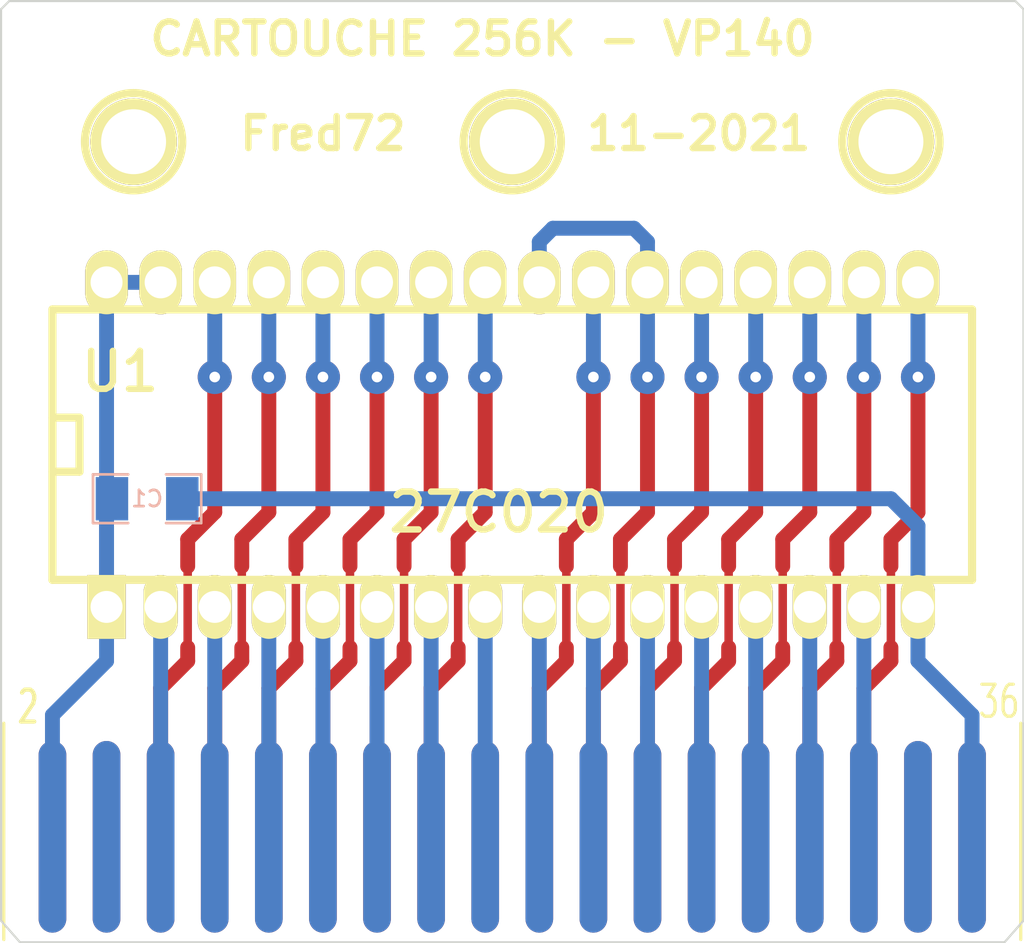
<source format=kicad_pcb>
(kicad_pcb (version 3) (host pcbnew "(2013-07-07 BZR 4022)-stable")

  (general
    (links 34)
    (no_connects 0)
    (area 72.081 59.131999 125.265111 103.580001)
    (thickness 1.6)
    (drawings 11)
    (tracks 149)
    (zones 0)
    (modules 6)
    (nets 30)
  )

  (page A4)
  (layers
    (15 Dessus.Cu signal)
    (0 Dessous.Cu signal)
    (16 Dessous.Adhes user)
    (17 Dessus.Adhes user)
    (18 Dessous.Pate user)
    (19 Dessus.Pate user)
    (20 Dessous.SilkS user)
    (21 Dessus.SilkS user)
    (22 Dessous.Masque user)
    (23 Dessus.Masque user)
    (24 Dessin.User user)
    (25 Cmts.User user)
    (26 Eco1.User user)
    (27 Eco2.User user)
    (28 Contours.Ci user)
  )

  (setup
    (last_trace_width 0.254)
    (user_trace_width 0.35)
    (user_trace_width 0.4)
    (user_trace_width 0.7)
    (trace_clearance 0.254)
    (zone_clearance 0.508)
    (zone_45_only no)
    (trace_min 0.254)
    (segment_width 0.2)
    (edge_width 0.1)
    (via_size 0.889)
    (via_drill 0.635)
    (via_min_size 0.889)
    (via_min_drill 0.508)
    (user_via 1.6 0.5)
    (uvia_size 0.508)
    (uvia_drill 0.127)
    (uvias_allowed no)
    (uvia_min_size 0.508)
    (uvia_min_drill 0.127)
    (pcb_text_width 0.3)
    (pcb_text_size 1.5 1.5)
    (mod_edge_width 0.15)
    (mod_text_size 1 1)
    (mod_text_width 0.15)
    (pad_size 1.8 3)
    (pad_drill 1.5)
    (pad_to_mask_clearance 0)
    (aux_axis_origin 74.422 59.182)
    (visible_elements 7FFFFFFF)
    (pcbplotparams
      (layerselection 284196865)
      (usegerberextensions true)
      (excludeedgelayer false)
      (linewidth 0.150000)
      (plotframeref false)
      (viasonmask false)
      (mode 1)
      (useauxorigin true)
      (hpglpennumber 1)
      (hpglpenspeed 20)
      (hpglpendiameter 15)
      (hpglpenoverlay 2)
      (psnegative false)
      (psa4output false)
      (plotreference true)
      (plotvalue true)
      (plotothertext true)
      (plotinvisibletext false)
      (padsonsilk false)
      (subtractmaskfromsilk false)
      (outputformat 1)
      (mirror false)
      (drillshape 0)
      (scaleselection 1)
      (outputdirectory Gerber/))
  )

  (net 0 "")
  (net 1 /D0)
  (net 2 /D1)
  (net 3 /D2)
  (net 4 /D3)
  (net 5 /D4)
  (net 6 /D5)
  (net 7 /D6)
  (net 8 /D7)
  (net 9 /RA0)
  (net 10 /RA1)
  (net 11 /RA10)
  (net 12 /RA11)
  (net 13 /RA12)
  (net 14 /RA13)
  (net 15 /RA14)
  (net 16 /RA15)
  (net 17 /RA16)
  (net 18 /RA17)
  (net 19 /RA2)
  (net 20 /RA3)
  (net 21 /RA4)
  (net 22 /RA5)
  (net 23 /RA6)
  (net 24 /RA7)
  (net 25 /RA8)
  (net 26 /RA9)
  (net 27 /~CSROM)
  (net 28 GND)
  (net 29 VCC)

  (net_class Default "Ceci est la Netclass par défaut"
    (clearance 0.254)
    (trace_width 0.254)
    (via_dia 0.889)
    (via_drill 0.635)
    (uvia_dia 0.508)
    (uvia_drill 0.127)
    (add_net "")
    (add_net /D0)
    (add_net /D1)
    (add_net /D2)
    (add_net /D3)
    (add_net /D4)
    (add_net /D5)
    (add_net /D6)
    (add_net /D7)
    (add_net /RA0)
    (add_net /RA1)
    (add_net /RA10)
    (add_net /RA11)
    (add_net /RA12)
    (add_net /RA13)
    (add_net /RA14)
    (add_net /RA15)
    (add_net /RA16)
    (add_net /RA17)
    (add_net /RA2)
    (add_net /RA3)
    (add_net /RA4)
    (add_net /RA5)
    (add_net /RA6)
    (add_net /RA7)
    (add_net /RA8)
    (add_net /RA9)
    (add_net /~CSROM)
    (add_net GND)
    (add_net VCC)
  )

  (module DIP-32__600_ELL (layer Dessus.Cu) (tedit 63AAAB57) (tstamp 61A09577)
    (at 98.425 80.01)
    (descr "32 pins DIL package, elliptical pads, width 600mil")
    (tags DIL)
    (path /619F973E)
    (fp_text reference U1 (at -18.415 -3.429) (layer Dessus.SilkS)
      (effects (font (size 1.778 1.778) (thickness 0.3048)))
    )
    (fp_text value 27C020 (at -0.635 3.175) (layer Dessus.SilkS)
      (effects (font (size 1.778 1.778) (thickness 0.3048)))
    )
    (fp_line (start -21.59 -6.35) (end 21.59 -6.35) (layer Dessus.SilkS) (width 0.381))
    (fp_line (start 21.59 -6.35) (end 21.59 6.35) (layer Dessus.SilkS) (width 0.381))
    (fp_line (start 21.59 6.35) (end -21.59 6.35) (layer Dessus.SilkS) (width 0.381))
    (fp_line (start -21.59 6.35) (end -21.59 -6.35) (layer Dessus.SilkS) (width 0.381))
    (fp_line (start -21.59 1.27) (end -20.32 1.27) (layer Dessus.SilkS) (width 0.381))
    (fp_line (start -20.32 1.27) (end -20.32 -1.27) (layer Dessus.SilkS) (width 0.381))
    (fp_line (start -20.32 -1.27) (end -21.59 -1.27) (layer Dessus.SilkS) (width 0.381))
    (pad 1 thru_hole rect (at -19.05 7.62) (size 1.8 3) (drill 1.5)
      (layers *.Cu *.Mask Dessus.SilkS)
      (net 29 VCC)
    )
    (pad 2 thru_hole oval (at -16.51 7.62) (size 1.6 3) (drill 1.5)
      (layers *.Cu *.Mask Dessus.SilkS)
      (net 17 /RA16)
    )
    (pad 3 thru_hole oval (at -13.97 7.62) (size 1.6 3) (drill 1.5)
      (layers *.Cu *.Mask Dessus.SilkS)
      (net 16 /RA15)
    )
    (pad 4 thru_hole oval (at -11.43 7.62) (size 1.6 3) (drill 1.5)
      (layers *.Cu *.Mask Dessus.SilkS)
      (net 13 /RA12)
    )
    (pad 5 thru_hole oval (at -8.89 7.62) (size 1.6 3) (drill 1.5)
      (layers *.Cu *.Mask Dessus.SilkS)
      (net 24 /RA7)
    )
    (pad 6 thru_hole oval (at -6.35 7.62) (size 1.6 3) (drill 1.5)
      (layers *.Cu *.Mask Dessus.SilkS)
      (net 23 /RA6)
    )
    (pad 7 thru_hole oval (at -3.81 7.62) (size 1.6 3) (drill 1.5)
      (layers *.Cu *.Mask Dessus.SilkS)
      (net 22 /RA5)
    )
    (pad 8 thru_hole oval (at -1.27 7.62) (size 1.6 3) (drill 1.5)
      (layers *.Cu *.Mask Dessus.SilkS)
      (net 21 /RA4)
    )
    (pad 9 thru_hole oval (at 1.27 7.62) (size 1.6 3) (drill 1.5)
      (layers *.Cu *.Mask Dessus.SilkS)
      (net 20 /RA3)
    )
    (pad 10 thru_hole oval (at 3.81 7.62) (size 1.6 3) (drill 1.5)
      (layers *.Cu *.Mask Dessus.SilkS)
      (net 19 /RA2)
    )
    (pad 11 thru_hole oval (at 6.35 7.62) (size 1.6 3) (drill 1.5)
      (layers *.Cu *.Mask Dessus.SilkS)
      (net 10 /RA1)
    )
    (pad 12 thru_hole oval (at 8.89 7.62) (size 1.6 3) (drill 1.5)
      (layers *.Cu *.Mask Dessus.SilkS)
      (net 9 /RA0)
    )
    (pad 13 thru_hole oval (at 11.43 7.62) (size 1.6 3) (drill 1.5)
      (layers *.Cu *.Mask Dessus.SilkS)
      (net 1 /D0)
    )
    (pad 14 thru_hole oval (at 13.97 7.62) (size 1.6 3) (drill 1.5)
      (layers *.Cu *.Mask Dessus.SilkS)
      (net 2 /D1)
    )
    (pad 15 thru_hole oval (at 16.51 7.62) (size 1.6 3) (drill 1.5)
      (layers *.Cu *.Mask Dessus.SilkS)
      (net 3 /D2)
    )
    (pad 16 thru_hole oval (at 19.05 7.62) (size 1.6 3) (drill 1.5)
      (layers *.Cu *.Mask Dessus.SilkS)
      (net 28 GND)
    )
    (pad 17 thru_hole oval (at 19.05 -7.62) (size 2 3) (drill 1.5)
      (layers *.Cu *.Mask Dessus.SilkS)
      (net 4 /D3)
    )
    (pad 18 thru_hole oval (at 16.51 -7.62) (size 2 3) (drill 1.5)
      (layers *.Cu *.Mask Dessus.SilkS)
      (net 5 /D4)
    )
    (pad 19 thru_hole oval (at 13.97 -7.62) (size 2 3) (drill 1.5)
      (layers *.Cu *.Mask Dessus.SilkS)
      (net 6 /D5)
    )
    (pad 20 thru_hole oval (at 11.43 -7.62) (size 2 3) (drill 1.5)
      (layers *.Cu *.Mask Dessus.SilkS)
      (net 7 /D6)
    )
    (pad 21 thru_hole oval (at 8.89 -7.62) (size 2 3) (drill 1.5)
      (layers *.Cu *.Mask Dessus.SilkS)
      (net 8 /D7)
    )
    (pad 22 thru_hole oval (at 6.35 -7.62) (size 2 3) (drill 1.5)
      (layers *.Cu *.Mask Dessus.SilkS)
      (net 27 /~CSROM)
    )
    (pad 23 thru_hole oval (at 3.81 -7.62) (size 2 3) (drill 1.5)
      (layers *.Cu *.Mask Dessus.SilkS)
      (net 11 /RA10)
    )
    (pad 24 thru_hole oval (at 1.27 -7.62) (size 2 3) (drill 1.5)
      (layers *.Cu *.Mask Dessus.SilkS)
      (net 27 /~CSROM)
    )
    (pad 25 thru_hole oval (at -1.27 -7.62) (size 2 3) (drill 1.5)
      (layers *.Cu *.Mask Dessus.SilkS)
      (net 12 /RA11)
    )
    (pad 26 thru_hole oval (at -3.81 -7.62) (size 2 3) (drill 1.5)
      (layers *.Cu *.Mask Dessus.SilkS)
      (net 26 /RA9)
    )
    (pad 27 thru_hole oval (at -6.35 -7.62) (size 2 3) (drill 1.5)
      (layers *.Cu *.Mask Dessus.SilkS)
      (net 25 /RA8)
    )
    (pad 28 thru_hole oval (at -8.89 -7.62) (size 2 3) (drill 1.5)
      (layers *.Cu *.Mask Dessus.SilkS)
      (net 14 /RA13)
    )
    (pad 29 thru_hole oval (at -11.43 -7.62) (size 2 3) (drill 1.5)
      (layers *.Cu *.Mask Dessus.SilkS)
      (net 15 /RA14)
    )
    (pad 30 thru_hole oval (at -13.97 -7.62) (size 2 3) (drill 1.5)
      (layers *.Cu *.Mask Dessus.SilkS)
      (net 18 /RA17)
    )
    (pad 31 thru_hole oval (at -16.51 -7.62) (size 2 3) (drill 1.5)
      (layers *.Cu *.Mask Dessus.SilkS)
      (net 29 VCC)
    )
    (pad 32 thru_hole oval (at -19.05 -7.62) (size 2 3) (drill 1.5)
      (layers *.Cu *.Mask Dessus.SilkS)
      (net 29 VCC)
    )
    (model dil/dil_32-w600.wrl
      (at (xyz 0 0 0))
      (scale (xyz 1 1 1))
      (rotate (xyz 0 0 0))
    )
  )

  (module cartouche_ZX81 (layer Dessus.Cu) (tedit 619F514F) (tstamp 61A095A3)
    (at 98.425 98.425 180)
    (path /619F5E9D)
    (fp_text reference P1 (at -25.4 3.81 180) (layer Dessus.SilkS) hide
      (effects (font (size 1 1) (thickness 0.15)))
    )
    (fp_text value CONN_18X2 (at -1.778 7.874 180) (layer Dessus.SilkS) hide
      (effects (font (size 1 1) (thickness 0.15)))
    )
    (fp_text user 36 (at -22.86 6.35 180) (layer Dessus.SilkS)
      (effects (font (size 1.5 1) (thickness 0.15)))
    )
    (fp_text user 2 (at 22.733 6.096 180) (layer Dessus.SilkS)
      (effects (font (size 1.5 1) (thickness 0.2)))
    )
    (fp_line (start 23.876 5.334) (end 23.876 -4.826) (layer Dessus.SilkS) (width 0.15))
    (fp_line (start -23.876 5.334) (end -23.876 -4.826) (layer Dessus.SilkS) (width 0.15))
    (pad 2 connect oval (at 21.59 0 180) (size 1.3 9)
      (layers Dessus.Cu Dessus.Pate Dessus.Masque)
    )
    (pad 3 connect oval (at 19.05 0 180) (size 1.3 9)
      (layers Dessous.Cu Dessous.Pate Dessous.Masque)
    )
    (pad 4 connect oval (at 19.05 0 180) (size 1.3 9)
      (layers Dessus.Cu Dessus.Pate Dessus.Masque)
    )
    (pad 5 connect oval (at 16.51 0 180) (size 1.3 9)
      (layers Dessous.Cu Dessous.Pate Dessous.Masque)
      (net 17 /RA16)
    )
    (pad 6 connect oval (at 16.51 0 180) (size 1.3 9)
      (layers Dessus.Cu Dessus.Pate Dessus.Masque)
      (net 18 /RA17)
    )
    (pad 7 connect oval (at 13.97 0 180) (size 1.3 9)
      (layers Dessous.Cu Dessous.Pate Dessous.Masque)
      (net 16 /RA15)
    )
    (pad 8 connect oval (at 13.97 0 180) (size 1.3 9)
      (layers Dessus.Cu Dessus.Pate Dessus.Masque)
      (net 15 /RA14)
    )
    (pad 9 connect oval (at 11.43 0 180) (size 1.3 9)
      (layers Dessous.Cu Dessous.Pate Dessous.Masque)
      (net 13 /RA12)
    )
    (pad 10 connect oval (at 11.43 0 180) (size 1.3 9)
      (layers Dessus.Cu Dessus.Pate Dessus.Masque)
      (net 14 /RA13)
    )
    (pad 11 connect oval (at 8.89 0 180) (size 1.3 9)
      (layers Dessous.Cu Dessous.Pate Dessous.Masque)
      (net 24 /RA7)
    )
    (pad 12 connect oval (at 8.89 0 180) (size 1.3 9)
      (layers Dessus.Cu Dessus.Pate Dessus.Masque)
      (net 25 /RA8)
    )
    (pad 13 connect oval (at 6.35 0 180) (size 1.3 9)
      (layers Dessous.Cu Dessous.Pate Dessous.Masque)
      (net 23 /RA6)
    )
    (pad 14 connect oval (at 6.35 0 180) (size 1.3 9)
      (layers Dessus.Cu Dessus.Pate Dessus.Masque)
      (net 26 /RA9)
    )
    (pad 15 connect oval (at 3.81 0 180) (size 1.3 9)
      (layers Dessous.Cu Dessous.Pate Dessous.Masque)
      (net 22 /RA5)
    )
    (pad 16 connect oval (at 3.81 0 180) (size 1.3 9)
      (layers Dessus.Cu Dessus.Pate Dessus.Masque)
      (net 12 /RA11)
    )
    (pad 18 connect oval (at 1.27 0 180) (size 1.3 9)
      (layers Dessus.Cu Dessus.Pate Dessus.Masque)
    )
    (pad 20 connect oval (at -1.27 0 180) (size 1.3 9)
      (layers Dessus.Cu Dessus.Pate Dessus.Masque)
      (net 11 /RA10)
    )
    (pad 22 connect oval (at -3.81 0 180) (size 1.3 9)
      (layers Dessus.Cu Dessus.Pate Dessus.Masque)
      (net 27 /~CSROM)
    )
    (pad 24 connect oval (at -6.35 0 180) (size 1.3 9)
      (layers Dessus.Cu Dessus.Pate Dessus.Masque)
      (net 8 /D7)
    )
    (pad 26 connect oval (at -8.89 0 180) (size 1.3 9)
      (layers Dessus.Cu Dessus.Pate Dessus.Masque)
      (net 7 /D6)
    )
    (pad 28 connect oval (at -11.43 0 180) (size 1.3 9)
      (layers Dessus.Cu Dessus.Pate Dessus.Masque)
      (net 6 /D5)
    )
    (pad 30 connect oval (at -13.97 0 180) (size 1.3 9)
      (layers Dessus.Cu Dessus.Pate Dessus.Masque)
      (net 5 /D4)
    )
    (pad 32 connect oval (at -16.51 0 180) (size 1.3 9)
      (layers Dessus.Cu Dessus.Pate Dessus.Masque)
      (net 4 /D3)
    )
    (pad 34 connect oval (at -19.05 0 180) (size 1.3 9)
      (layers Dessus.Cu Dessus.Pate Dessus.Masque)
    )
    (pad 36 connect oval (at -21.59 0 180) (size 1.3 9)
      (layers Dessus.Cu Dessus.Pate Dessus.Masque)
    )
    (pad 1 connect oval (at 21.59 0 180) (size 1.3 9)
      (layers Dessous.Cu Dessous.Pate Dessous.Masque)
      (net 29 VCC)
    )
    (pad 17 connect oval (at 1.27 0 180) (size 1.3 9)
      (layers Dessous.Cu Dessous.Pate Dessous.Masque)
      (net 21 /RA4)
    )
    (pad 19 connect oval (at -1.27 0 180) (size 1.3 9)
      (layers Dessous.Cu Dessous.Pate Dessous.Masque)
      (net 20 /RA3)
    )
    (pad 21 connect oval (at -3.81 0 180) (size 1.3 9)
      (layers Dessous.Cu Dessous.Pate Dessous.Masque)
      (net 19 /RA2)
    )
    (pad 23 connect oval (at -6.35 0 180) (size 1.3 9)
      (layers Dessous.Cu Dessous.Pate Dessous.Masque)
      (net 10 /RA1)
    )
    (pad 25 connect oval (at -8.89 0 180) (size 1.3 9)
      (layers Dessous.Cu Dessous.Pate Dessous.Masque)
      (net 9 /RA0)
    )
    (pad 27 connect oval (at -11.43 0 180) (size 1.3 9)
      (layers Dessous.Cu Dessous.Pate Dessous.Masque)
      (net 1 /D0)
    )
    (pad 29 connect oval (at -13.97 0 180) (size 1.3 9)
      (layers Dessous.Cu Dessous.Pate Dessous.Masque)
      (net 2 /D1)
    )
    (pad 31 connect oval (at -16.51 0 180) (size 1.3 9)
      (layers Dessous.Cu Dessous.Pate Dessous.Masque)
      (net 3 /D2)
    )
    (pad 33 connect oval (at -19.05 0 180) (size 1.3 9)
      (layers Dessous.Cu Dessous.Pate Dessous.Masque)
    )
    (pad 35 connect oval (at -21.59 0 180) (size 1.3 9)
      (layers Dessous.Cu Dessous.Pate Dessous.Masque)
      (net 28 GND)
    )
  )

  (module 1pin   locked (layer Dessus.Cu) (tedit 63AAAB49) (tstamp 61A10DF8)
    (at 80.645 65.786)
    (descr "module 1 pin (ou trou mecanique de percage)")
    (tags DEV)
    (path 1pin)
    (fp_text reference 1PIN (at 0 -3.048) (layer Dessus.SilkS) hide
      (effects (font (size 1.016 1.016) (thickness 0.254)))
    )
    (fp_text value P*** (at 0 2.794) (layer Dessus.SilkS) hide
      (effects (font (size 1.016 1.016) (thickness 0.254)))
    )
    (fp_circle (center 0 0) (end 0 -2.286) (layer Dessus.SilkS) (width 0.381))
    (pad 1 thru_hole circle (at 0 0) (size 4.064 4.064) (drill 3.048)
      (layers *.Cu *.Mask Dessus.SilkS)
    )
  )

  (module 1pin   locked (layer Dessus.Cu) (tedit 63AAAB4F) (tstamp 61A10E03)
    (at 116.205 65.786)
    (descr "module 1 pin (ou trou mecanique de percage)")
    (tags DEV)
    (path 1pin)
    (fp_text reference 1PIN (at 0 -3.048) (layer Dessus.SilkS) hide
      (effects (font (size 1.016 1.016) (thickness 0.254)))
    )
    (fp_text value P*** (at 0 2.794) (layer Dessus.SilkS) hide
      (effects (font (size 1.016 1.016) (thickness 0.254)))
    )
    (fp_circle (center 0 0) (end 0 -2.286) (layer Dessus.SilkS) (width 0.381))
    (pad 1 thru_hole circle (at 0 0) (size 4.064 4.064) (drill 3.048)
      (layers *.Cu *.Mask Dessus.SilkS)
    )
  )

  (module SM1206 (layer Dessous.Cu) (tedit 42806E24) (tstamp 61A096EA)
    (at 81.28 82.55)
    (path /61A095E4)
    (attr smd)
    (fp_text reference C1 (at 0 0) (layer Dessous.SilkS)
      (effects (font (size 0.762 0.762) (thickness 0.127)) (justify mirror))
    )
    (fp_text value 1µF (at 0 0) (layer Dessous.SilkS) hide
      (effects (font (size 0.762 0.762) (thickness 0.127)) (justify mirror))
    )
    (fp_line (start -2.54 1.143) (end -2.54 -1.143) (layer Dessous.SilkS) (width 0.127))
    (fp_line (start -2.54 -1.143) (end -0.889 -1.143) (layer Dessous.SilkS) (width 0.127))
    (fp_line (start 0.889 1.143) (end 2.54 1.143) (layer Dessous.SilkS) (width 0.127))
    (fp_line (start 2.54 1.143) (end 2.54 -1.143) (layer Dessous.SilkS) (width 0.127))
    (fp_line (start 2.54 -1.143) (end 0.889 -1.143) (layer Dessous.SilkS) (width 0.127))
    (fp_line (start -0.889 1.143) (end -2.54 1.143) (layer Dessous.SilkS) (width 0.127))
    (pad 1 smd rect (at -1.651 0) (size 1.524 2.032)
      (layers Dessous.Cu Dessous.Pate Dessous.Masque)
      (net 29 VCC)
    )
    (pad 2 smd rect (at 1.651 0) (size 1.524 2.032)
      (layers Dessous.Cu Dessous.Pate Dessous.Masque)
      (net 28 GND)
    )
    (model smd/chip_cms.wrl
      (at (xyz 0 0 0))
      (scale (xyz 0.17 0.16 0.16))
      (rotate (xyz 0 0 0))
    )
  )

  (module 1pin   locked (layer Dessus.Cu) (tedit 63AAAB4B) (tstamp 61A4C122)
    (at 98.425 65.786)
    (descr "module 1 pin (ou trou mecanique de percage)")
    (tags DEV)
    (path 1pin)
    (fp_text reference 1PIN (at 0 -3.048) (layer Dessus.SilkS) hide
      (effects (font (size 1.016 1.016) (thickness 0.254)))
    )
    (fp_text value P*** (at 0 2.794) (layer Dessus.SilkS) hide
      (effects (font (size 1.016 1.016) (thickness 0.254)))
    )
    (fp_circle (center 0 0) (end 0 -2.286) (layer Dessus.SilkS) (width 0.381))
    (pad 1 thru_hole circle (at 0 0) (size 4.064 4.064) (drill 3.048)
      (layers *.Cu *.Mask Dessus.SilkS)
    )
  )

  (gr_line (start 74.422 102.362) (end 75.311 103.378) (angle 90) (layer Contours.Ci) (width 0.1))
  (gr_line (start 121.539 103.378) (end 75.311 103.378) (angle 90) (layer Contours.Ci) (width 0.1))
  (gr_text "  11-2021" (at 106.045 65.405) (layer Dessus.SilkS)
    (effects (font (size 1.5 1.5) (thickness 0.3)))
  )
  (gr_line (start 122.428 102.362) (end 122.428 59.563) (angle 90) (layer Contours.Ci) (width 0.1))
  (gr_line (start 74.422 102.362) (end 74.422 59.563) (angle 90) (layer Contours.Ci) (width 0.1))
  (gr_line (start 122.428 102.362) (end 121.539 103.378) (angle 90) (layer Contours.Ci) (width 0.1))
  (gr_line (start 122.047 59.182) (end 122.428 59.563) (angle 90) (layer Contours.Ci) (width 0.1))
  (gr_line (start 74.803 59.182) (end 122.047 59.182) (angle 90) (layer Contours.Ci) (width 0.1))
  (gr_line (start 74.422 59.563) (end 74.803 59.182) (angle 90) (layer Contours.Ci) (width 0.1))
  (gr_text Fred72 (at 89.535 65.405) (layer Dessus.SilkS)
    (effects (font (size 1.5 1.5) (thickness 0.3)))
  )
  (gr_text "CARTOUCHE 256K - VP140" (at 97.028 60.96) (layer Dessus.SilkS)
    (effects (font (size 1.5 1.5) (thickness 0.3)))
  )

  (segment (start 109.855 98.425) (end 109.855 87.63) (width 0.7) (layer Dessous.Cu) (net 1))
  (segment (start 112.395 87.63) (end 112.395 98.425) (width 0.7) (layer Dessous.Cu) (net 2))
  (segment (start 114.935 87.63) (end 114.935 98.425) (width 0.7) (layer Dessous.Cu) (net 3))
  (segment (start 117.475 72.39) (end 117.475 76.835) (width 0.7) (layer Dessous.Cu) (net 4))
  (via (at 117.475 76.835) (size 1.6) (drill 0.5) (layers Dessus.Cu Dessous.Cu) (net 4))
  (segment (start 116.205 85.725) (end 116.205 89.535) (width 0.4) (layer Dessus.Cu) (net 4))
  (segment (start 117.475 83.185) (end 116.205 84.455) (width 0.7) (layer Dessus.Cu) (net 4) (tstamp 61A096A4))
  (segment (start 116.205 84.455) (end 116.205 85.725) (width 0.7) (layer Dessus.Cu) (net 4) (tstamp 61A096A5))
  (segment (start 117.475 76.835) (end 117.475 83.185) (width 0.7) (layer Dessus.Cu) (net 4) (tstamp 61A10E97))
  (segment (start 114.935 91.44) (end 116.205 90.17) (width 0.7) (layer Dessus.Cu) (net 4) (tstamp 61A096BD))
  (segment (start 116.205 90.17) (end 116.205 89.535) (width 0.7) (layer Dessus.Cu) (net 4) (tstamp 61A096BE))
  (segment (start 114.935 91.44) (end 114.935 98.425) (width 0.7) (layer Dessus.Cu) (net 4))
  (via (at 114.935 76.835) (size 1.6) (drill 0.5) (layers Dessus.Cu Dessous.Cu) (net 5))
  (segment (start 114.935 76.835) (end 114.935 72.39) (width 0.7) (layer Dessous.Cu) (net 5) (tstamp 61A10E90))
  (segment (start 113.665 85.725) (end 113.665 89.535) (width 0.4) (layer Dessus.Cu) (net 5))
  (segment (start 114.935 83.185) (end 113.665 84.455) (width 0.7) (layer Dessus.Cu) (net 5) (tstamp 61A096A1))
  (segment (start 113.665 84.455) (end 113.665 85.725) (width 0.7) (layer Dessus.Cu) (net 5) (tstamp 61A096A2))
  (segment (start 114.935 76.835) (end 114.935 83.185) (width 0.7) (layer Dessus.Cu) (net 5) (tstamp 61A10E8D))
  (segment (start 112.395 91.44) (end 113.665 90.17) (width 0.7) (layer Dessus.Cu) (net 5) (tstamp 61A096BA))
  (segment (start 113.665 90.17) (end 113.665 89.535) (width 0.7) (layer Dessus.Cu) (net 5) (tstamp 61A096BB))
  (segment (start 112.395 91.44) (end 112.395 98.425) (width 0.7) (layer Dessus.Cu) (net 5))
  (segment (start 112.395 72.39) (end 112.395 76.835) (width 0.7) (layer Dessous.Cu) (net 6))
  (via (at 112.395 76.835) (size 1.6) (drill 0.5) (layers Dessus.Cu Dessous.Cu) (net 6))
  (segment (start 111.125 85.725) (end 111.125 89.535) (width 0.4) (layer Dessus.Cu) (net 6))
  (segment (start 112.395 83.185) (end 111.125 84.455) (width 0.7) (layer Dessus.Cu) (net 6) (tstamp 61A0969E))
  (segment (start 111.125 84.455) (end 111.125 85.725) (width 0.7) (layer Dessus.Cu) (net 6) (tstamp 61A0969F))
  (segment (start 112.395 76.835) (end 112.395 83.185) (width 0.7) (layer Dessus.Cu) (net 6) (tstamp 61A10E8B))
  (segment (start 109.855 91.44) (end 111.125 90.17) (width 0.7) (layer Dessus.Cu) (net 6) (tstamp 61A096B7))
  (segment (start 111.125 90.17) (end 111.125 89.535) (width 0.7) (layer Dessus.Cu) (net 6) (tstamp 61A096B8))
  (segment (start 109.855 91.44) (end 109.855 98.425) (width 0.7) (layer Dessus.Cu) (net 6))
  (via (at 109.855 76.835) (size 1.6) (drill 0.5) (layers Dessus.Cu Dessous.Cu) (net 7))
  (segment (start 109.855 76.835) (end 109.855 72.39) (width 0.7) (layer Dessous.Cu) (net 7) (tstamp 61A10E84))
  (segment (start 108.585 89.535) (end 108.585 85.725) (width 0.4) (layer Dessus.Cu) (net 7))
  (segment (start 109.855 83.185) (end 108.585 84.455) (width 0.7) (layer Dessus.Cu) (net 7) (tstamp 61A0969B))
  (segment (start 108.585 84.455) (end 108.585 85.725) (width 0.7) (layer Dessus.Cu) (net 7) (tstamp 61A0969C))
  (segment (start 109.855 76.835) (end 109.855 83.185) (width 0.7) (layer Dessus.Cu) (net 7) (tstamp 61A10E81))
  (segment (start 107.315 91.44) (end 108.585 90.17) (width 0.7) (layer Dessus.Cu) (net 7) (tstamp 61A096B3))
  (segment (start 108.585 90.17) (end 108.585 89.535) (width 0.7) (layer Dessus.Cu) (net 7) (tstamp 61A096B5))
  (segment (start 107.315 91.44) (end 107.315 98.425) (width 0.7) (layer Dessus.Cu) (net 7))
  (segment (start 107.315 72.39) (end 107.315 76.835) (width 0.7) (layer Dessous.Cu) (net 8))
  (via (at 107.315 76.835) (size 1.6) (drill 0.5) (layers Dessus.Cu Dessous.Cu) (net 8))
  (segment (start 106.045 89.535) (end 106.045 85.725) (width 0.4) (layer Dessus.Cu) (net 8))
  (segment (start 107.315 83.185) (end 106.045 84.455) (width 0.7) (layer Dessus.Cu) (net 8) (tstamp 61A09698))
  (segment (start 106.045 84.455) (end 106.045 85.725) (width 0.7) (layer Dessus.Cu) (net 8) (tstamp 61A09699))
  (segment (start 107.315 76.835) (end 107.315 83.185) (width 0.7) (layer Dessus.Cu) (net 8) (tstamp 61A10E7F))
  (segment (start 104.775 91.44) (end 106.045 90.17) (width 0.7) (layer Dessus.Cu) (net 8) (tstamp 61A096B0))
  (segment (start 106.045 90.17) (end 106.045 89.535) (width 0.7) (layer Dessus.Cu) (net 8) (tstamp 61A096B1))
  (segment (start 104.775 91.44) (end 104.775 98.425) (width 0.7) (layer Dessus.Cu) (net 8))
  (segment (start 107.315 98.425) (end 107.315 87.63) (width 0.7) (layer Dessous.Cu) (net 9))
  (segment (start 104.775 87.63) (end 104.775 98.425) (width 0.7) (layer Dessous.Cu) (net 10))
  (segment (start 102.235 72.39) (end 102.235 76.835) (width 0.7) (layer Dessous.Cu) (net 11))
  (via (at 102.235 76.835) (size 1.6) (drill 0.5) (layers Dessus.Cu Dessous.Cu) (net 11))
  (segment (start 100.965 89.535) (end 100.965 85.725) (width 0.4) (layer Dessus.Cu) (net 11))
  (segment (start 102.235 83.185) (end 100.965 84.455) (width 0.7) (layer Dessus.Cu) (net 11) (tstamp 61A09692))
  (segment (start 100.965 84.455) (end 100.965 85.725) (width 0.7) (layer Dessus.Cu) (net 11) (tstamp 61A09693))
  (segment (start 102.235 76.835) (end 102.235 83.185) (width 0.7) (layer Dessus.Cu) (net 11) (tstamp 61A10E73))
  (segment (start 99.695 91.44) (end 100.965 90.17) (width 0.7) (layer Dessus.Cu) (net 11) (tstamp 61A096AA))
  (segment (start 100.965 90.17) (end 100.965 89.535) (width 0.7) (layer Dessus.Cu) (net 11) (tstamp 61A096AB))
  (segment (start 99.695 91.44) (end 99.695 98.425) (width 0.7) (layer Dessus.Cu) (net 11))
  (segment (start 97.155 72.39) (end 97.155 76.835) (width 0.7) (layer Dessous.Cu) (net 12))
  (via (at 97.155 76.835) (size 1.6) (drill 0.5) (layers Dessus.Cu Dessous.Cu) (net 12))
  (segment (start 95.885 85.725) (end 95.885 89.535) (width 0.4) (layer Dessus.Cu) (net 12))
  (segment (start 94.615 91.44) (end 95.885 90.17) (width 0.7) (layer Dessus.Cu) (net 12) (tstamp 61A096AD))
  (segment (start 95.885 90.17) (end 95.885 89.535) (width 0.7) (layer Dessus.Cu) (net 12) (tstamp 61A096AE))
  (segment (start 94.615 98.425) (end 94.615 91.44) (width 0.7) (layer Dessus.Cu) (net 12))
  (segment (start 97.155 83.185) (end 97.155 76.835) (width 0.7) (layer Dessus.Cu) (net 12))
  (segment (start 95.885 84.455) (end 95.885 85.725) (width 0.7) (layer Dessus.Cu) (net 12) (tstamp 61A09690))
  (segment (start 97.155 83.185) (end 95.885 84.455) (width 0.7) (layer Dessus.Cu) (net 12) (tstamp 61A0968E))
  (segment (start 86.995 87.63) (end 86.995 98.425) (width 0.7) (layer Dessous.Cu) (net 13))
  (segment (start 89.535 72.39) (end 89.535 76.835) (width 0.7) (layer Dessous.Cu) (net 14))
  (via (at 89.535 76.835) (size 1.6) (drill 0.5) (layers Dessus.Cu Dessous.Cu) (net 14))
  (segment (start 88.265 85.725) (end 88.265 89.535) (width 0.4) (layer Dessus.Cu) (net 14))
  (segment (start 86.995 98.425) (end 86.995 91.44) (width 0.7) (layer Dessus.Cu) (net 14))
  (segment (start 86.995 91.44) (end 88.265 90.17) (width 0.7) (layer Dessus.Cu) (net 14) (tstamp 61A09664))
  (segment (start 88.265 89.535) (end 88.265 90.17) (width 0.7) (layer Dessus.Cu) (net 14))
  (segment (start 88.265 84.455) (end 88.265 85.725) (width 0.7) (layer Dessus.Cu) (net 14) (tstamp 61A0967B))
  (segment (start 89.535 83.185) (end 89.535 76.835) (width 0.7) (layer Dessus.Cu) (net 14))
  (segment (start 89.535 83.185) (end 88.265 84.455) (width 0.7) (layer Dessus.Cu) (net 14))
  (via (at 86.995 76.835) (size 1.6) (drill 0.5) (layers Dessus.Cu Dessous.Cu) (net 15))
  (segment (start 86.995 76.835) (end 86.995 72.39) (width 0.7) (layer Dessous.Cu) (net 15) (tstamp 61A10E49))
  (segment (start 85.725 85.725) (end 85.725 89.535) (width 0.4) (layer Dessus.Cu) (net 15))
  (segment (start 84.455 98.425) (end 84.455 91.44) (width 0.7) (layer Dessus.Cu) (net 15))
  (segment (start 84.455 91.44) (end 85.725 90.17) (width 0.7) (layer Dessus.Cu) (net 15) (tstamp 61A09662))
  (segment (start 85.725 89.535) (end 85.725 90.17) (width 0.7) (layer Dessus.Cu) (net 15))
  (segment (start 85.725 84.455) (end 85.725 85.725) (width 0.7) (layer Dessus.Cu) (net 15) (tstamp 61A09678))
  (segment (start 86.995 83.185) (end 86.995 76.835) (width 0.7) (layer Dessus.Cu) (net 15))
  (segment (start 86.995 83.185) (end 85.725 84.455) (width 0.7) (layer Dessus.Cu) (net 15))
  (segment (start 84.455 87.63) (end 84.455 98.425) (width 0.7) (layer Dessous.Cu) (net 16))
  (segment (start 81.915 87.63) (end 81.915 98.425) (width 0.7) (layer Dessous.Cu) (net 17))
  (segment (start 83.185 85.725) (end 83.185 89.535) (width 0.4) (layer Dessus.Cu) (net 18))
  (segment (start 84.455 83.185) (end 83.185 84.455) (width 0.7) (layer Dessus.Cu) (net 18))
  (segment (start 84.455 83.185) (end 84.455 76.835) (width 0.7) (layer Dessus.Cu) (net 18))
  (segment (start 83.185 84.455) (end 83.185 85.725) (width 0.7) (layer Dessus.Cu) (net 18) (tstamp 61A09675))
  (segment (start 83.185 89.535) (end 83.185 90.17) (width 0.7) (layer Dessus.Cu) (net 18))
  (segment (start 81.915 91.44) (end 83.185 90.17) (width 0.7) (layer Dessus.Cu) (net 18) (tstamp 61A09660))
  (segment (start 81.915 98.425) (end 81.915 91.44) (width 0.7) (layer Dessus.Cu) (net 18))
  (via (at 84.455 76.835) (size 1.6) (drill 0.5) (layers Dessus.Cu Dessous.Cu) (net 18))
  (segment (start 84.455 76.835) (end 84.455 72.39) (width 0.7) (layer Dessous.Cu) (net 18))
  (segment (start 102.235 87.63) (end 102.235 98.425) (width 0.7) (layer Dessous.Cu) (net 19))
  (segment (start 99.695 87.63) (end 99.695 98.425) (width 0.7) (layer Dessous.Cu) (net 20))
  (segment (start 97.155 87.63) (end 97.155 98.425) (width 0.7) (layer Dessous.Cu) (net 21))
  (segment (start 94.615 87.63) (end 94.615 98.425) (width 0.7) (layer Dessous.Cu) (net 22))
  (segment (start 92.075 87.63) (end 92.075 98.425) (width 0.7) (layer Dessous.Cu) (net 23))
  (segment (start 89.535 98.425) (end 89.535 87.63) (width 0.7) (layer Dessous.Cu) (net 24))
  (via (at 92.075 76.835) (size 1.6) (drill 0.5) (layers Dessus.Cu Dessous.Cu) (net 25))
  (segment (start 92.075 76.835) (end 92.075 72.39) (width 0.7) (layer Dessous.Cu) (net 25) (tstamp 61A10E55))
  (segment (start 90.805 90.17) (end 90.805 85.725) (width 0.4) (layer Dessus.Cu) (net 25))
  (segment (start 90.805 84.455) (end 90.805 85.725) (width 0.7) (layer Dessus.Cu) (net 25) (tstamp 61A0967E))
  (segment (start 92.075 83.185) (end 92.075 76.835) (width 0.7) (layer Dessus.Cu) (net 25))
  (segment (start 92.075 83.185) (end 90.805 84.455) (width 0.7) (layer Dessus.Cu) (net 25))
  (segment (start 90.805 89.535) (end 90.805 90.17) (width 0.7) (layer Dessus.Cu) (net 25))
  (segment (start 89.535 91.44) (end 90.805 90.17) (width 0.7) (layer Dessus.Cu) (net 25) (tstamp 61A09666))
  (segment (start 89.535 91.44) (end 89.535 98.425) (width 0.7) (layer Dessus.Cu) (net 25))
  (segment (start 94.615 72.39) (end 94.615 76.835) (width 0.7) (layer Dessous.Cu) (net 26))
  (via (at 94.615 76.835) (size 1.6) (drill 0.5) (layers Dessus.Cu Dessous.Cu) (net 26))
  (segment (start 93.345 85.725) (end 93.345 89.535) (width 0.4) (layer Dessus.Cu) (net 26))
  (segment (start 92.075 98.425) (end 92.075 91.44) (width 0.7) (layer Dessus.Cu) (net 26))
  (segment (start 92.075 91.44) (end 93.345 90.17) (width 0.7) (layer Dessus.Cu) (net 26) (tstamp 61A09668))
  (segment (start 93.345 89.535) (end 93.345 90.17) (width 0.7) (layer Dessus.Cu) (net 26))
  (segment (start 93.345 84.455) (end 93.345 85.725) (width 0.7) (layer Dessus.Cu) (net 26) (tstamp 61A09681))
  (segment (start 94.615 83.185) (end 94.615 76.835) (width 0.7) (layer Dessus.Cu) (net 26))
  (segment (start 94.615 83.185) (end 93.345 84.455) (width 0.7) (layer Dessus.Cu) (net 26))
  (via (at 104.775 76.835) (size 1.6) (drill 0.5) (layers Dessus.Cu Dessous.Cu) (net 27))
  (segment (start 104.775 76.835) (end 104.775 72.39) (width 0.7) (layer Dessous.Cu) (net 27) (tstamp 61A10E78))
  (segment (start 104.775 72.39) (end 104.775 70.485) (width 0.7) (layer Dessous.Cu) (net 27))
  (segment (start 104.775 70.485) (end 104.14 69.85) (width 0.7) (layer Dessous.Cu) (net 27) (tstamp 61A10E6A))
  (segment (start 104.14 69.85) (end 100.33 69.85) (width 0.7) (layer Dessous.Cu) (net 27) (tstamp 61A10E6B))
  (segment (start 100.33 69.85) (end 99.695 70.485) (width 0.7) (layer Dessous.Cu) (net 27) (tstamp 61A10E6C))
  (segment (start 99.695 70.485) (end 99.695 72.39) (width 0.7) (layer Dessous.Cu) (net 27) (tstamp 61A10E6D))
  (segment (start 103.505 89.535) (end 103.505 85.725) (width 0.4) (layer Dessus.Cu) (net 27))
  (segment (start 104.775 83.185) (end 103.505 84.455) (width 0.7) (layer Dessus.Cu) (net 27) (tstamp 61A09695))
  (segment (start 103.505 84.455) (end 103.505 85.725) (width 0.7) (layer Dessus.Cu) (net 27) (tstamp 61A09696))
  (segment (start 104.775 76.835) (end 104.775 83.185) (width 0.7) (layer Dessus.Cu) (net 27) (tstamp 61A10E75))
  (segment (start 102.235 91.44) (end 103.505 90.17) (width 0.7) (layer Dessus.Cu) (net 27) (tstamp 61A096A7))
  (segment (start 103.505 90.17) (end 103.505 89.535) (width 0.7) (layer Dessus.Cu) (net 27) (tstamp 61A096A8))
  (segment (start 102.235 91.44) (end 102.235 98.425) (width 0.7) (layer Dessus.Cu) (net 27))
  (segment (start 82.931 82.55) (end 116.205 82.55) (width 0.7) (layer Dessous.Cu) (net 28))
  (segment (start 117.475 83.82) (end 117.475 87.63) (width 0.7) (layer Dessous.Cu) (net 28) (tstamp 61A10E21))
  (segment (start 116.205 82.55) (end 117.475 83.82) (width 0.7) (layer Dessous.Cu) (net 28) (tstamp 61A10E20))
  (segment (start 120.015 98.425) (end 120.015 92.71) (width 0.7) (layer Dessous.Cu) (net 28))
  (segment (start 117.475 90.17) (end 117.475 87.63) (width 0.7) (layer Dessous.Cu) (net 28) (tstamp 61A0964A))
  (segment (start 120.015 92.71) (end 117.475 90.17) (width 0.7) (layer Dessous.Cu) (net 28) (tstamp 61A09649))
  (segment (start 79.375 87.63) (end 79.375 82.804) (width 0.7) (layer Dessous.Cu) (net 29))
  (segment (start 79.375 82.804) (end 79.629 82.55) (width 0.7) (layer Dessous.Cu) (net 29) (tstamp 61A10E24))
  (segment (start 79.375 72.39) (end 79.375 87.63) (width 0.7) (layer Dessous.Cu) (net 29))
  (segment (start 81.915 72.39) (end 79.375 72.39) (width 0.7) (layer Dessous.Cu) (net 29))
  (segment (start 79.375 87.63) (end 79.375 90.17) (width 0.7) (layer Dessous.Cu) (net 29))
  (segment (start 79.375 90.17) (end 76.835 92.71) (width 0.7) (layer Dessous.Cu) (net 29) (tstamp 61A0964E))
  (segment (start 76.835 92.71) (end 76.835 98.425) (width 0.7) (layer Dessous.Cu) (net 29) (tstamp 61A0964F))

)

</source>
